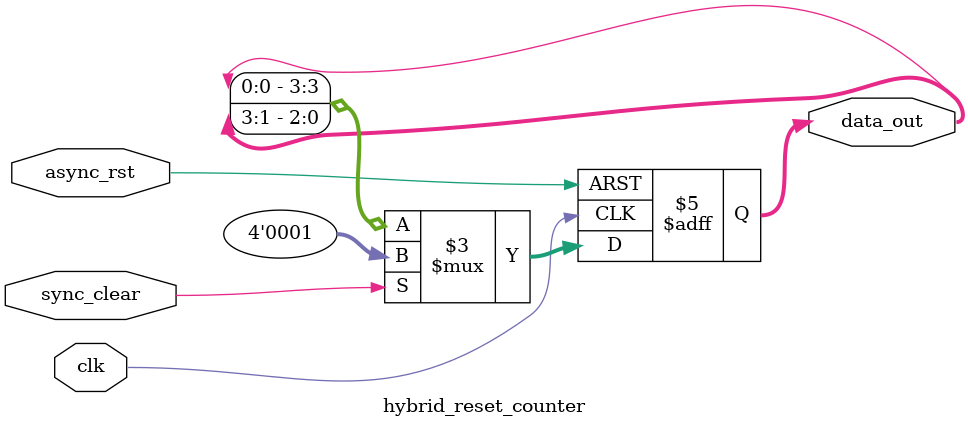
<source format=sv>
module hybrid_reset_counter (
    input clk, async_rst, sync_clear,
    output reg [3:0] data_out
);
always @(posedge clk or posedge async_rst) begin
    if (async_rst) data_out <= 4'b1000;
    else if (sync_clear) data_out <= 4'b0001;
    else data_out <= {data_out[0], data_out[3:1]};
end
endmodule

</source>
